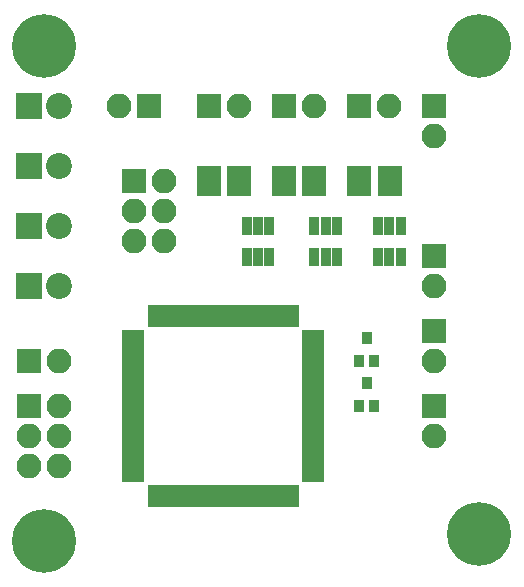
<source format=gts>
G04 #@! TF.FileFunction,Soldermask,Top*
%FSLAX46Y46*%
G04 Gerber Fmt 4.6, Leading zero omitted, Abs format (unit mm)*
G04 Created by KiCad (PCBNEW 4.0.7) date 04/11/18 21:21:16*
%MOMM*%
%LPD*%
G01*
G04 APERTURE LIST*
%ADD10C,0.100000*%
%ADD11C,5.400000*%
%ADD12R,2.200000X2.200000*%
%ADD13C,2.200000*%
%ADD14R,2.100000X2.100000*%
%ADD15O,2.100000X2.100000*%
%ADD16R,0.950000X1.500000*%
%ADD17R,0.850000X1.100000*%
%ADD18R,1.873200X0.908000*%
%ADD19R,0.908000X1.873200*%
%ADD20R,2.020000X2.580000*%
G04 APERTURE END LIST*
D10*
D11*
X133350000Y-77470000D03*
X133350000Y-119380000D03*
X170180000Y-77470000D03*
D12*
X132080000Y-97790000D03*
D13*
X134620000Y-97790000D03*
D12*
X132080000Y-92710000D03*
D13*
X134620000Y-92710000D03*
D12*
X132080000Y-82550000D03*
D13*
X134620000Y-82550000D03*
D12*
X132080000Y-87630000D03*
D13*
X134620000Y-87630000D03*
D14*
X140970000Y-88900000D03*
D15*
X143510000Y-88900000D03*
X140970000Y-91440000D03*
X143510000Y-91440000D03*
X140970000Y-93980000D03*
X143510000Y-93980000D03*
D14*
X132080000Y-107950000D03*
D15*
X134620000Y-107950000D03*
X132080000Y-110490000D03*
X134620000Y-110490000D03*
X132080000Y-113030000D03*
X134620000Y-113030000D03*
D14*
X132080000Y-104140000D03*
D15*
X134620000Y-104140000D03*
D16*
X161610000Y-95310000D03*
X162560000Y-95310000D03*
X163510000Y-95310000D03*
X163510000Y-92710000D03*
X162560000Y-92710000D03*
X161610000Y-92710000D03*
D17*
X159990000Y-107950000D03*
X161290000Y-107950000D03*
X160640000Y-105950000D03*
D16*
X150500000Y-95310000D03*
X151450000Y-95310000D03*
X152400000Y-95310000D03*
X152400000Y-92710000D03*
X151450000Y-92710000D03*
X150500000Y-92710000D03*
D17*
X159990000Y-104140000D03*
X161290000Y-104140000D03*
X160640000Y-102140000D03*
D16*
X156210000Y-95310000D03*
X157160000Y-95310000D03*
X158110000Y-95310000D03*
X158110000Y-92710000D03*
X157160000Y-92710000D03*
X156210000Y-92710000D03*
D18*
X140881100Y-101955600D03*
X140881100Y-102743000D03*
X140881100Y-103555800D03*
X140881100Y-104343200D03*
X140881100Y-105156000D03*
X140881100Y-105943400D03*
X140881100Y-106756200D03*
X140881100Y-107543600D03*
X140881100Y-108356400D03*
X140881100Y-109143800D03*
X140881100Y-109956600D03*
X140881100Y-110744000D03*
X140881100Y-111556800D03*
X140881100Y-112344200D03*
X140881100Y-113157000D03*
X140881100Y-113944400D03*
D19*
X142506700Y-115570000D03*
X143294100Y-115570000D03*
X144106900Y-115570000D03*
X144894300Y-115570000D03*
X145707100Y-115570000D03*
X146494500Y-115570000D03*
X147307300Y-115570000D03*
X148094700Y-115570000D03*
X148907500Y-115570000D03*
X149694900Y-115570000D03*
X150507700Y-115570000D03*
X151295100Y-115570000D03*
X152107900Y-115570000D03*
X152895300Y-115570000D03*
X153708100Y-115570000D03*
X154495500Y-115570000D03*
D18*
X156121100Y-113944400D03*
X156121100Y-113157000D03*
X156121100Y-112344200D03*
X156121100Y-111556800D03*
X156121100Y-110744000D03*
X156121100Y-109956600D03*
X156121100Y-109143800D03*
X156121100Y-108356400D03*
X156121100Y-107543600D03*
X156121100Y-106756200D03*
X156121100Y-105943400D03*
X156121100Y-105156000D03*
X156121100Y-104343200D03*
X156121100Y-103555800D03*
X156121100Y-102743000D03*
X156121100Y-101955600D03*
D19*
X154495500Y-100330000D03*
X153708100Y-100330000D03*
X152895300Y-100330000D03*
X152107900Y-100330000D03*
X151295100Y-100330000D03*
X150507700Y-100330000D03*
X149694900Y-100330000D03*
X148907500Y-100330000D03*
X148094700Y-100330000D03*
X147307300Y-100330000D03*
X146494500Y-100330000D03*
X145707100Y-100330000D03*
X144894300Y-100330000D03*
X144106900Y-100330000D03*
X143294100Y-100330000D03*
X142506700Y-100330000D03*
D20*
X153610000Y-88900000D03*
X156210000Y-88900000D03*
X147260000Y-88900000D03*
X149860000Y-88900000D03*
X160020000Y-88900000D03*
X162620000Y-88900000D03*
D14*
X147320000Y-82550000D03*
D15*
X149860000Y-82550000D03*
D14*
X153670000Y-82550000D03*
D15*
X156210000Y-82550000D03*
D14*
X160020000Y-82550000D03*
D15*
X162560000Y-82550000D03*
D14*
X166370000Y-101600000D03*
D15*
X166370000Y-104140000D03*
D14*
X166370000Y-107950000D03*
D15*
X166370000Y-110490000D03*
D14*
X166370000Y-95250000D03*
D15*
X166370000Y-97790000D03*
D14*
X166370000Y-82550000D03*
D15*
X166370000Y-85090000D03*
D14*
X142240000Y-82550000D03*
D15*
X139700000Y-82550000D03*
D11*
X170180000Y-118745000D03*
M02*

</source>
